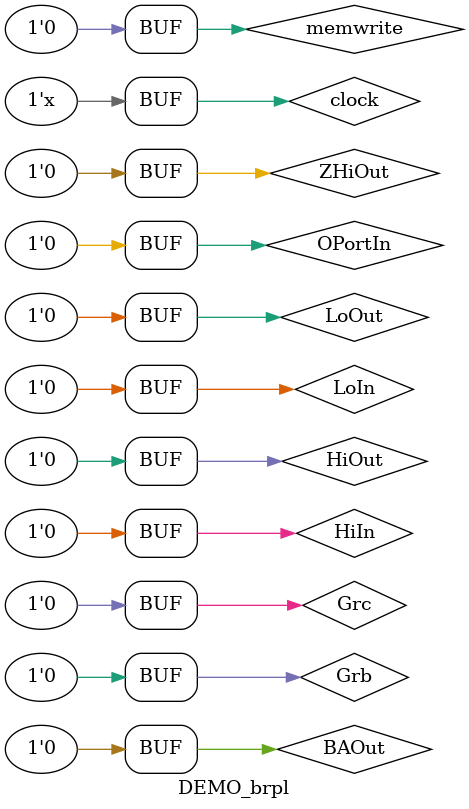
<source format=v>
`timescale 1ns/10ps
module DEMO_brpl();

reg clock, clear;
reg [3:0] present_state;

reg HiIn, LoIn, ZIn, PCIn, MDRIn, MARIn, YIn, OPortIn, IRIn;
initial {HiIn, LoIn, ZIn, PCIn, MDRIn, MARIn, YIn, OPortIn, IRIn} = 0;
reg HiOut, LoOut, ZHiOut, ZLoOut, PCOut, MDROut, IPortOut, COut;
initial {HiOut, LoOut, ZHiOut, ZLoOut, PCOut, MDROut, IPortOut, COut} = 0;

reg [31:0] IPortInput = 0;

reg Gra, Grb, Grc, RIn, ROut, BAOut;
initial {Gra, Grb, Grc, RIn, ROut, BAOut} = 0;

reg Conin = 0;
wire ConOut;

reg memread = 0, memwrite = 0;
reg [4:0] ALUCode = 0;
reg initMem = 0;

DataPath dp(
	clock, clear, 
	HiIn, LoIn, ZIn, PCIn, MDRIn, MARIn, YIn, OPortIn, IRIn,
	HiOut, LoOut, ZHiOut, ZLoOut, PCOut, MDROut, IPortOut, COut,
	IPortInput,
	Gra, Grb, Grc, RIn, ROut, BAOut,
	Conin, ConOut,
	memread, memwrite, 
	ALUCode,
	initMem
);


//states and clock control:
parameter init1 = 4'd1, init2 = 4'd2, init3 = 4'd3, T0 = 4'd4, T1 = 4'd5, T2 = 4'd6, T3 = 4'd7, T4 = 4'd8, T5 = 4'd9, T6 = 4'd10, T7 = 4'd11;//can add more states here
initial begin clock = 0; present_state = 4'd0; end
always #10 clock = ~clock;
always @ (negedge clock) present_state = present_state + 1;



always @(present_state) begin
	case(present_state)
		init1: begin //Preload Register with value
			initMem = 1;
			IPortInput = 32'bxxxxx_0001_xxxx_1000000000000001111;//32'bxxxxx_register_xxxx_value
			IPortOut = 1;
			IRIn = 1;
			#15 IRIn = 0; IPortOut = 0; initMem = 0;
		end
		init2: begin
			Gra = 1;
			RIn = 1;
			COut = 1;
			#15 Gra = 0; RIn = 0; COut = 0;
		end
		init3: begin
			PCIn = 1;
			IPortInput = 32'd343;//preload PC with instruction memory location
			IPortOut = 1;
			#15 PCIn = 0; IPortOut = 0;
		end
		T0: begin
			PCOut = 1; MARIn = 1; ALUCode = 5'b11111; ZIn = 1;
			#15 PCOut = 0; MARIn = 0; ALUCode = 5'b0; ZIn = 0;
		end
		T1: begin
			ZLoOut = 1; PCIn = 1; memread = 1; MDRIn = 1;
			#15 ZLoOut = 0; PCIn = 0; memread = 0; MDRIn = 0;
		end
		T2: begin
			MDROut = 1; IRIn = 1;
			#15 MDROut = 0; IRIn = 0;
		end
		T3: begin
			Gra = 1; ROut = 1; Conin = 1;
			#15 Gra = 0; ROut = 0; Conin = 0;
		end
		T4: begin
			PCOut = 1; YIn = 1;
			#15 PCOut = 0; YIn = 0;
		end
		T5: begin
			COut = 1; ZIn = 1; ALUCode = 5'b00011;
			#15 COut = 0; ZIn = 0;
		end
		T6: begin
			if(ConOut == 1) begin
				ZLoOut = 1; PCIn = 1;
			end
			#13 ZLoOut = 0; PCIn = 0;
		end
		T7: begin

		end
	endcase
end
endmodule 
</source>
